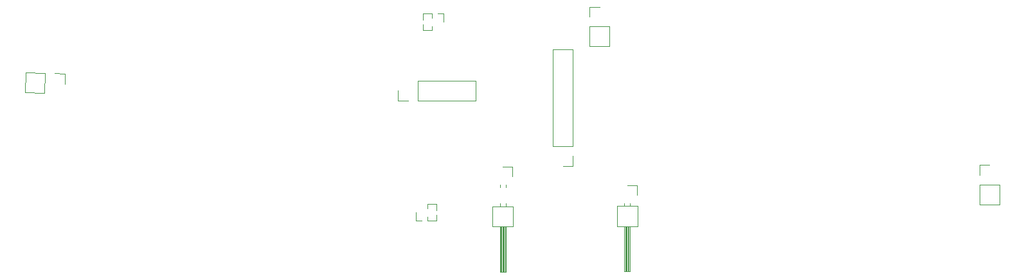
<source format=gbr>
%TF.GenerationSoftware,KiCad,Pcbnew,8.0.0*%
%TF.CreationDate,2024-08-24T04:45:33-07:00*%
%TF.ProjectId,sled,736c6564-2e6b-4696-9361-645f70636258,rev?*%
%TF.SameCoordinates,Original*%
%TF.FileFunction,Legend,Top*%
%TF.FilePolarity,Positive*%
%FSLAX46Y46*%
G04 Gerber Fmt 4.6, Leading zero omitted, Abs format (unit mm)*
G04 Created by KiCad (PCBNEW 8.0.0) date 2024-08-24 04:45:33*
%MOMM*%
%LPD*%
G01*
G04 APERTURE LIST*
G04 Aperture macros list*
%AMHorizOval*
0 Thick line with rounded ends*
0 $1 width*
0 $2 $3 position (X,Y) of the first rounded end (center of the circle)*
0 $4 $5 position (X,Y) of the second rounded end (center of the circle)*
0 Add line between two ends*
20,1,$1,$2,$3,$4,$5,0*
0 Add two circle primitives to create the rounded ends*
1,1,$1,$2,$3*
1,1,$1,$4,$5*%
%AMRotRect*
0 Rectangle, with rotation*
0 The origin of the aperture is its center*
0 $1 length*
0 $2 width*
0 $3 Rotation angle, in degrees counterclockwise*
0 Add horizontal line*
21,1,$1,$2,0,0,$3*%
G04 Aperture macros list end*
%ADD10C,0.120000*%
%ADD11RotRect,1.700000X1.700000X268.000000*%
%ADD12HorizOval,1.700000X0.000000X0.000000X0.000000X0.000000X0*%
%ADD13R,1.700000X1.700000*%
%ADD14O,1.700000X1.700000*%
%ADD15R,1.000000X1.000000*%
%ADD16O,1.000000X1.000000*%
%ADD17C,3.800000*%
%ADD18C,1.600000*%
%ADD19R,1.600000X1.600000*%
%ADD20C,6.400000*%
G04 APERTURE END LIST*
D10*
%TO.C,GPS1*%
X110346606Y-54343227D02*
X110300190Y-55672416D01*
X109017416Y-54296810D02*
X110346606Y-54343227D01*
X107748190Y-54252487D02*
X105149774Y-54161749D01*
X107748190Y-54252487D02*
X107655357Y-56910867D01*
X105149774Y-54161749D02*
X105056942Y-56820128D01*
X107655357Y-56910867D02*
X105056942Y-56820128D01*
%TO.C,BR1*%
X177250400Y-66506400D02*
X175920400Y-66506400D01*
X177250400Y-65176400D02*
X177250400Y-66506400D01*
X177250400Y-63906400D02*
X177250400Y-51146400D01*
X177250400Y-63906400D02*
X174590400Y-63906400D01*
X177250400Y-51146400D02*
X174590400Y-51146400D01*
X174590400Y-63906400D02*
X174590400Y-51146400D01*
%TO.C,BT2*%
X160221200Y-46388000D02*
X160221200Y-47498000D01*
X159461200Y-46388000D02*
X160221200Y-46388000D01*
X158701200Y-46388000D02*
X157496200Y-46388000D01*
X158701200Y-46388000D02*
X158701200Y-46934529D01*
X157496200Y-46388000D02*
X157496200Y-47190470D01*
X157496200Y-47805530D02*
X157496200Y-48608000D01*
X158701200Y-48061471D02*
X158701200Y-48608000D01*
X158701200Y-48608000D02*
X157496200Y-48608000D01*
%TO.C,BT1*%
X156567600Y-73754000D02*
X156567600Y-72644000D01*
X157327600Y-73754000D02*
X156567600Y-73754000D01*
X158087600Y-73754000D02*
X159292600Y-73754000D01*
X158087600Y-73754000D02*
X158087600Y-73207471D01*
X159292600Y-73754000D02*
X159292600Y-72951530D01*
X159292600Y-72336470D02*
X159292600Y-71534000D01*
X158087600Y-72080529D02*
X158087600Y-71534000D01*
X158087600Y-71534000D02*
X159292600Y-71534000D01*
%TO.C,SW4*%
X185674000Y-69081800D02*
X185674000Y-70351800D01*
X184404000Y-69081800D02*
X185674000Y-69081800D01*
X184784000Y-71461800D02*
X184784000Y-71791800D01*
X184024000Y-71461800D02*
X184024000Y-71791800D01*
X185734000Y-71791800D02*
X183074000Y-71791800D01*
X183074000Y-71791800D02*
X183074000Y-74451800D01*
X185734000Y-74451800D02*
X185734000Y-71791800D01*
X184784000Y-74451800D02*
X184784000Y-80451800D01*
X184724000Y-74451800D02*
X184724000Y-80451800D01*
X184604000Y-74451800D02*
X184604000Y-80451800D01*
X184484000Y-74451800D02*
X184484000Y-80451800D01*
X184364000Y-74451800D02*
X184364000Y-80451800D01*
X184244000Y-74451800D02*
X184244000Y-80451800D01*
X184124000Y-74451800D02*
X184124000Y-80451800D01*
X183074000Y-74451800D02*
X185734000Y-74451800D01*
X184784000Y-80451800D02*
X184024000Y-80451800D01*
X184024000Y-80451800D02*
X184024000Y-74451800D01*
%TO.C,SW1*%
X169265600Y-66587600D02*
X169265600Y-67857600D01*
X167995600Y-66587600D02*
X169265600Y-66587600D01*
X168375600Y-68967600D02*
X168375600Y-69354671D01*
X167615600Y-68967600D02*
X167615600Y-69354671D01*
X168375600Y-71440529D02*
X168375600Y-71837600D01*
X167615600Y-71440529D02*
X167615600Y-71837600D01*
X169325600Y-71837600D02*
X166665600Y-71837600D01*
X166665600Y-71837600D02*
X166665600Y-74497600D01*
X169325600Y-74497600D02*
X169325600Y-71837600D01*
X168375600Y-74497600D02*
X168375600Y-80497600D01*
X168315600Y-74497600D02*
X168315600Y-80497600D01*
X168195600Y-74497600D02*
X168195600Y-80497600D01*
X168075600Y-74497600D02*
X168075600Y-80497600D01*
X167955600Y-74497600D02*
X167955600Y-80497600D01*
X167835600Y-74497600D02*
X167835600Y-80497600D01*
X167715600Y-74497600D02*
X167715600Y-80497600D01*
X166665600Y-74497600D02*
X169325600Y-74497600D01*
X168375600Y-80497600D02*
X167615600Y-80497600D01*
X167615600Y-80497600D02*
X167615600Y-74497600D01*
%TO.C,LYRA1*%
X156778800Y-55251200D02*
X164458800Y-55251200D01*
X164458800Y-57911200D02*
X164458800Y-55251200D01*
X156778800Y-57911200D02*
X156778800Y-55251200D01*
X156778800Y-57911200D02*
X164458800Y-57911200D01*
X155508800Y-57911200D02*
X154178800Y-57911200D01*
X154178800Y-57911200D02*
X154178800Y-56581200D01*
%TO.C,J2*%
X230775200Y-66386400D02*
X232105200Y-66386400D01*
X230775200Y-67716400D02*
X230775200Y-66386400D01*
X230775200Y-68986400D02*
X230775200Y-71586400D01*
X230775200Y-68986400D02*
X233435200Y-68986400D01*
X230775200Y-71586400D02*
X233435200Y-71586400D01*
X233435200Y-68986400D02*
X233435200Y-71586400D01*
%TO.C,J1*%
X179416400Y-45507600D02*
X180746400Y-45507600D01*
X179416400Y-46837600D02*
X179416400Y-45507600D01*
X179416400Y-48107600D02*
X179416400Y-50707600D01*
X179416400Y-48107600D02*
X182076400Y-48107600D01*
X179416400Y-50707600D02*
X182076400Y-50707600D01*
X182076400Y-48107600D02*
X182076400Y-50707600D01*
%TD*%
%LPC*%
D11*
%TO.C,GPS1*%
X108971000Y-55626000D03*
D12*
X106432547Y-55537355D03*
%TD*%
D13*
%TO.C,BR1*%
X175920400Y-65176400D03*
D14*
X175920400Y-62636400D03*
X175920400Y-60096400D03*
X175920400Y-57556400D03*
X175920400Y-55016400D03*
X175920400Y-52476400D03*
%TD*%
D15*
%TO.C,BT2*%
X159461200Y-47498000D03*
D16*
X158191200Y-47498000D03*
%TD*%
D15*
%TO.C,BT1*%
X157327600Y-72644000D03*
D16*
X158597600Y-72644000D03*
%TD*%
D13*
%TO.C,SW4*%
X184404000Y-70351800D03*
%TD*%
%TO.C,SW3*%
X180746400Y-67806800D03*
D14*
X180746400Y-70346800D03*
%TD*%
D13*
%TO.C,SW2*%
X164338000Y-67857600D03*
D14*
X164338000Y-70397600D03*
%TD*%
D13*
%TO.C,SW1*%
X167995600Y-67857600D03*
D14*
X167995600Y-70397600D03*
%TD*%
%TO.C,LYRA1*%
X163128800Y-56581200D03*
X160588800Y-56581200D03*
X158048800Y-56581200D03*
D13*
X155508800Y-56581200D03*
%TD*%
%TO.C,J2*%
X232105200Y-67716400D03*
D14*
X232105200Y-70256400D03*
%TD*%
D13*
%TO.C,J1*%
X180746400Y-46837600D03*
D14*
X180746400Y-49377600D03*
%TD*%
D17*
%TO.C,H11*%
X210515200Y-73406000D03*
%TD*%
%TO.C,H10*%
X206146400Y-73406000D03*
%TD*%
%TO.C,H9*%
X221945200Y-73406000D03*
%TD*%
%TO.C,H8*%
X217474800Y-73406000D03*
%TD*%
%TO.C,H7*%
X199339200Y-73406000D03*
%TD*%
%TO.C,H6*%
X194919600Y-73406000D03*
%TD*%
D18*
%TO.C,BT3*%
X184725600Y-45869600D03*
D19*
X186725600Y-45869600D03*
%TD*%
D20*
%TO.C,H5*%
X121500000Y-67750000D03*
%TD*%
%TO.C,H4*%
X139416333Y-65335328D03*
%TD*%
%TO.C,H3*%
X113780646Y-53142541D03*
%TD*%
%TO.C,H2*%
X150532490Y-52126007D03*
%TD*%
%TO.C,H1*%
X168427502Y-52393444D03*
%TD*%
%LPD*%
M02*

</source>
